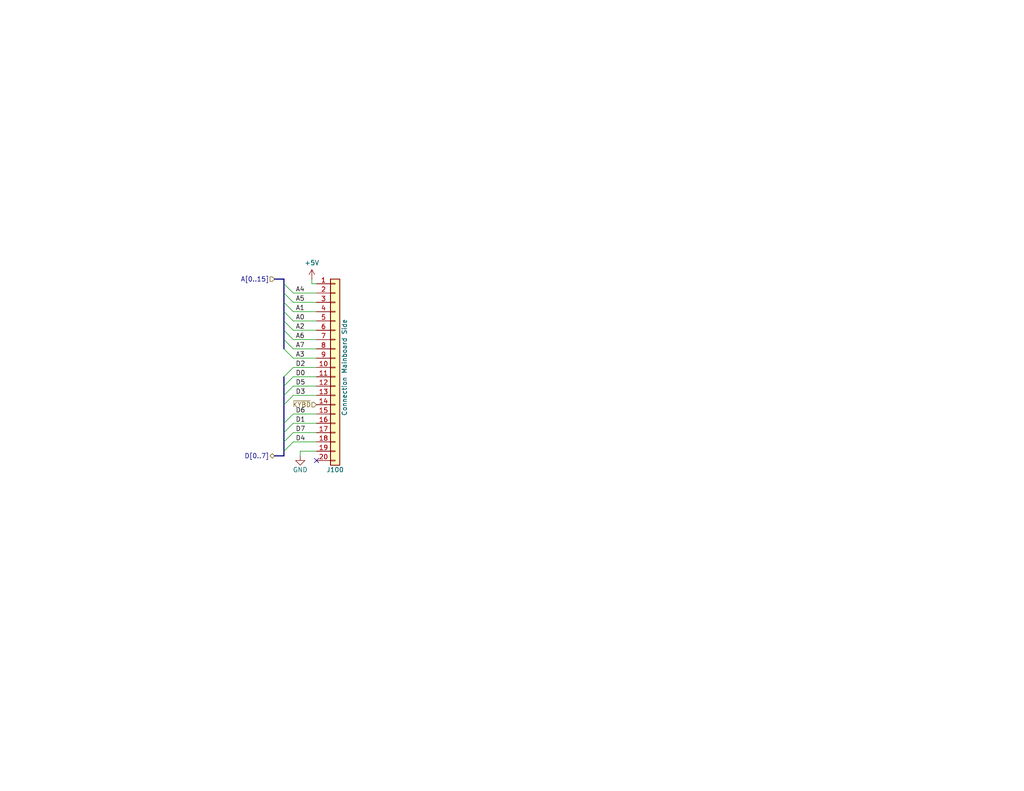
<source format=kicad_sch>
(kicad_sch (version 20231120) (generator "eeschema") (generator_version "8.0")
  (paper "USLetter")
  (title_block (title "TRS-80 Model I Rev E") (date "2024-11-23") (rev "E1A-E") (company "RetroStack - Marcel Erz") (comment 2 "Keyboard interface circuit") (comment 4 "Keyboard & Interface"))
  (lib_symbols
    (symbol "Connector_Generic:Conn_01x20" (pin_names (offset 1.016) hide)
      (property "Reference" "J" (at 0 25.4 0))
      (property "Value" "Conn_01x20" (at 0 -27.94 0))
      (symbol "Conn_01x20_1_1"
        (rectangle (start -1.27 -25.273) (end 0 -25.527) (stroke (width 0.1524)))
        (rectangle (start -1.27 -22.733) (end 0 -22.987) (stroke (width 0.1524)))
        (rectangle (start -1.27 -20.193) (end 0 -20.447) (stroke (width 0.1524)))
        (rectangle (start -1.27 -17.653) (end 0 -17.907) (stroke (width 0.1524)))
        (rectangle (start -1.27 -15.113) (end 0 -15.367) (stroke (width 0.1524)))
        (rectangle (start -1.27 -12.573) (end 0 -12.827) (stroke (width 0.1524)))
        (rectangle (start -1.27 -10.033) (end 0 -10.287) (stroke (width 0.1524)))
        (rectangle (start -1.27 -7.493) (end 0 -7.747) (stroke (width 0.1524)))
        (rectangle (start -1.27 -4.953) (end 0 -5.207) (stroke (width 0.1524)))
        (rectangle (start -1.27 -2.413) (end 0 -2.667) (stroke (width 0.1524)))
        (rectangle (start -1.27 0.127) (end 0 -0.127) (stroke (width 0.1524)))
        (rectangle (start -1.27 2.667) (end 0 2.413) (stroke (width 0.1524)))
        (rectangle (start -1.27 5.207) (end 0 4.953) (stroke (width 0.1524)))
        (rectangle (start -1.27 7.747) (end 0 7.493) (stroke (width 0.1524)))
        (rectangle (start -1.27 10.287) (end 0 10.033) (stroke (width 0.1524)))
        (rectangle (start -1.27 12.827) (end 0 12.573) (stroke (width 0.1524)))
        (rectangle (start -1.27 15.367) (end 0 15.113) (stroke (width 0.1524)))
        (rectangle (start -1.27 17.907) (end 0 17.653) (stroke (width 0.1524)))
        (rectangle (start -1.27 20.447) (end 0 20.193) (stroke (width 0.1524)))
        (rectangle (start -1.27 22.987) (end 0 22.733) (stroke (width 0.1524)))
        (rectangle (start -1.27 24.13) (end 1.27 -26.67) (stroke (width 0.254)) (fill (type background)))
        (pin passive line (at -5.08 22.86 0) (length 3.81) (name "Pin_1") (number "1"))
        (pin passive line (at -5.08 0 0) (length 3.81) (name "Pin_10") (number "10"))
        (pin passive line (at -5.08 -2.54 0) (length 3.81) (name "Pin_11") (number "11"))
        (pin passive line (at -5.08 -5.08 0) (length 3.81) (name "Pin_12") (number "12"))
        (pin passive line (at -5.08 -7.62 0) (length 3.81) (name "Pin_13") (number "13"))
        (pin passive line (at -5.08 -10.16 0) (length 3.81) (name "Pin_14") (number "14"))
        (pin passive line (at -5.08 -12.7 0) (length 3.81) (name "Pin_15") (number "15"))
        (pin passive line (at -5.08 -15.24 0) (length 3.81) (name "Pin_16") (number "16"))
        (pin passive line (at -5.08 -17.78 0) (length 3.81) (name "Pin_17") (number "17"))
        (pin passive line (at -5.08 -20.32 0) (length 3.81) (name "Pin_18") (number "18"))
        (pin passive line (at -5.08 -22.86 0) (length 3.81) (name "Pin_19") (number "19"))
        (pin passive line (at -5.08 20.32 0) (length 3.81) (name "Pin_2") (number "2"))
        (pin passive line (at -5.08 -25.4 0) (length 3.81) (name "Pin_20") (number "20"))
        (pin passive line (at -5.08 17.78 0) (length 3.81) (name "Pin_3") (number "3"))
        (pin passive line (at -5.08 15.24 0) (length 3.81) (name "Pin_4") (number "4"))
        (pin passive line (at -5.08 12.7 0) (length 3.81) (name "Pin_5") (number "5"))
        (pin passive line (at -5.08 10.16 0) (length 3.81) (name "Pin_6") (number "6"))
        (pin passive line (at -5.08 7.62 0) (length 3.81) (name "Pin_7") (number "7"))
        (pin passive line (at -5.08 5.08 0) (length 3.81) (name "Pin_8") (number "8"))
        (pin passive line (at -5.08 2.54 0) (length 3.81) (name "Pin_9") (number "9"))
      )
    )
    (symbol "power:+5V" (power) (pin_numbers hide) (pin_names (offset 0) hide)
      (property "Value" "+5V" (at 0 3.556 0))
      (symbol "+5V_0_1"
        (polyline (pts (xy -0.762 1.27) (xy 0 2.54)))
        (polyline (pts (xy 0 0) (xy 0 2.54)))
        (polyline (pts (xy 0 2.54) (xy 0.762 1.27)))
      )
      (symbol "+5V_1_1"
        (pin power_in line (at 0 0 90) (length 0) (name "~") (number "1"))
      )
    )
    (symbol "power:GND" (power) (pin_numbers hide) (pin_names (offset 0) hide)
      (property "Value" "GND" (at 0 -3.81 0))
      (symbol "GND_0_1"
        (polyline (pts (xy 0 0) (xy 0 -1.27) (xy 1.27 -1.27) (xy 0 -2.54) (xy -1.27 -1.27) (xy 0 -1.27)))
      )
      (symbol "GND_1_1"
        (pin power_in line (at 0 0 270) (length 0) (name "~") (number "1"))
      )
    )
  )
  (no_connect (at 86.36 125.73))
  (bus_entry (at 77.47 120.65) (size 2.54 -2.54))
  (bus_entry (at 77.47 82.55) (size 2.54 2.54))
  (bus_entry (at 77.47 90.17) (size 2.54 2.54))
  (bus_entry (at 77.47 105.41) (size 2.54 -2.54))
  (bus_entry (at 77.47 85.09) (size 2.54 2.54))
  (bus_entry (at 77.47 87.63) (size 2.54 2.54))
  (bus_entry (at 77.47 102.87) (size 2.54 -2.54))
  (bus_entry (at 77.47 115.57) (size 2.54 -2.54))
  (bus_entry (at 77.47 107.95) (size 2.54 -2.54))
  (bus_entry (at 77.47 95.25) (size 2.54 2.54))
  (bus_entry (at 77.47 110.49) (size 2.54 -2.54))
  (bus_entry (at 77.47 123.19) (size 2.54 -2.54))
  (bus_entry (at 77.47 92.71) (size 2.54 2.54))
  (bus_entry (at 77.47 80.01) (size 2.54 2.54))
  (bus_entry (at 77.47 77.47) (size 2.54 2.54))
  (bus_entry (at 77.47 118.11) (size 2.54 -2.54))
  (bus (pts (xy 74.93 124.46) (xy 77.47 124.46)))
  (wire (pts (xy 80.01 85.09) (xy 86.36 85.09)))
  (bus (pts (xy 77.47 82.55) (xy 77.47 80.01)))
  (bus (pts (xy 77.47 118.11) (xy 77.47 120.65)))
  (wire (pts (xy 80.01 97.79) (xy 86.36 97.79)))
  (wire (pts (xy 80.01 113.03) (xy 86.36 113.03)))
  (wire (pts (xy 80.01 82.55) (xy 86.36 82.55)))
  (bus (pts (xy 77.47 80.01) (xy 77.47 77.47)))
  (bus (pts (xy 77.47 87.63) (xy 77.47 85.09)))
  (bus (pts (xy 77.47 85.09) (xy 77.47 82.55)))
  (wire (pts (xy 80.01 105.41) (xy 86.36 105.41)))
  (bus (pts (xy 77.47 107.95) (xy 77.47 110.49)))
  (wire (pts (xy 80.01 100.33) (xy 86.36 100.33)))
  (wire (pts (xy 86.36 123.19) (xy 81.915 123.19)))
  (bus (pts (xy 77.47 120.65) (xy 77.47 123.19)))
  (bus (pts (xy 77.47 102.87) (xy 77.47 105.41)))
  (bus (pts (xy 77.47 123.19) (xy 77.47 124.46)))
  (wire (pts (xy 80.01 118.11) (xy 86.36 118.11)))
  (wire (pts (xy 80.01 115.57) (xy 86.36 115.57)))
  (wire (pts (xy 80.01 92.71) (xy 86.36 92.71)))
  (wire (pts (xy 80.01 120.65) (xy 86.36 120.65)))
  (bus (pts (xy 77.47 95.25) (xy 77.47 92.71)))
  (wire (pts (xy 85.09 77.47) (xy 85.09 76.2)))
  (bus (pts (xy 77.47 90.17) (xy 77.47 87.63)))
  (bus (pts (xy 77.47 115.57) (xy 77.47 118.11)))
  (wire (pts (xy 80.01 102.87) (xy 86.36 102.87)))
  (wire (pts (xy 80.01 95.25) (xy 86.36 95.25)))
  (wire (pts (xy 80.01 107.95) (xy 86.36 107.95)))
  (bus (pts (xy 77.47 92.71) (xy 77.47 90.17)))
  (wire (pts (xy 80.01 87.63) (xy 86.36 87.63)))
  (bus (pts (xy 77.47 77.47) (xy 77.47 76.2)))
  (wire (pts (xy 81.915 123.19) (xy 81.915 124.46)))
  (bus (pts (xy 74.93 76.2) (xy 77.47 76.2)))
  (wire (pts (xy 86.36 77.47) (xy 85.09 77.47)))
  (bus (pts (xy 77.47 110.49) (xy 77.47 115.57)))
  (wire (pts (xy 80.01 80.01) (xy 86.36 80.01)))
  (wire (pts (xy 80.01 90.17) (xy 86.36 90.17)))
  (bus (pts (xy 77.47 105.41) (xy 77.47 107.95)))
  (label "D2" (at 80.645 100.33 0))
  (label "A2" (at 80.645 90.17 0))
  (label "D6" (at 80.645 113.03 0))
  (label "A0" (at 80.645 87.63 0))
  (label "A4" (at 80.645 80.01 0))
  (label "A5" (at 80.645 82.55 0))
  (label "A1" (at 80.645 85.09 0))
  (label "D4" (at 80.645 120.65 0))
  (label "A7" (at 80.645 95.25 0))
  (label "A3" (at 80.645 97.79 0))
  (label "D7" (at 80.645 118.11 0))
  (label "A6" (at 80.645 92.71 0))
  (label "D1" (at 80.645 115.57 0))
  (label "D0" (at 80.645 102.87 0))
  (label "D5" (at 80.645 105.41 0))
  (label "D3" (at 80.645 107.95 0))
  (hierarchical_label "~{KYBD}" (shape input) (at 86.36 110.49 180))
  (hierarchical_label "A[0..15]" (shape input) (at 74.93 76.2 180))
  (hierarchical_label "D[0..7]" (shape bidirectional) (at 74.93 124.46 180))
  (symbol (lib_id "power:+5V") (at 85.09 76.2 0) (unit 1)
    (property "Reference" "#PWR089" (effects (hide yes)))
    (property "Value" "+5V" (at 85.09 71.755 0))
    (property "Description" "Power symbol creates a global label with name \"+5V\"" (effects (hide yes)))
  )
  (symbol (lib_id "power:GND") (at 81.915 124.46 0) (unit 1)
    (property "Reference" "#PWR090" (effects (hide yes)))
    (property "Value" "GND" (at 81.915 128.27 0))
    (property "Description" "Power symbol creates a global label with name \"GND\" , ground" (effects (hide yes)))
  )
  (symbol (lib_id "Connector_Generic:Conn_01x20") (at 91.44 100.33 0) (unit 1)
    (property "Reference" "J100" (at 91.44 128.27 0))
    (property "Value" "Connection Mainboard Side" (at 93.98 100.33 90))
    (property "Footprint" "RetroStackLibrary:TRS80_Model_I_Keyboard_Connector" (effects (hide yes)))
  )
)
</source>
